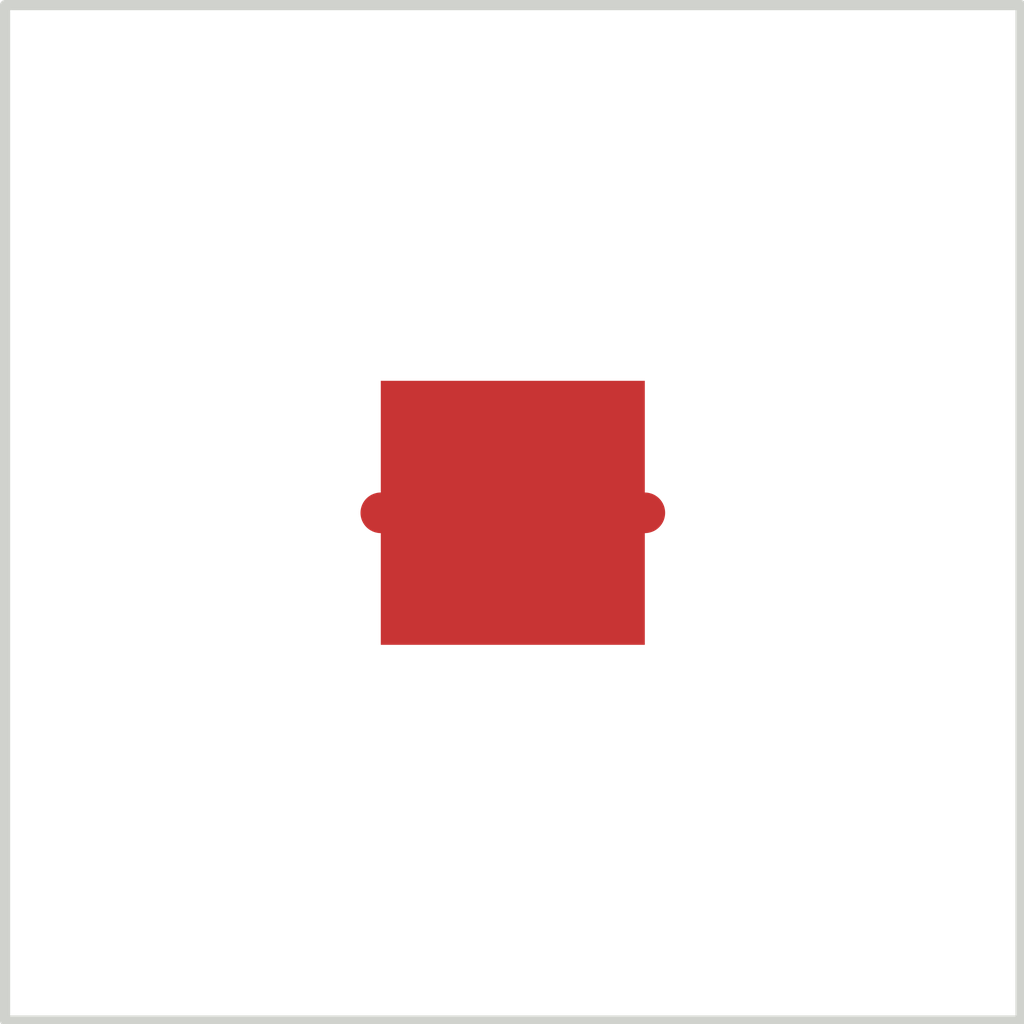
<source format=kicad_pcb>
(kicad_pcb (version 20221018) (generator "pcbnew")
  (layers (0 "F.Cu" signal) (31 "B.Cu" signal) (44 "Edge.Cuts" user))
  (net 0 "")
  (net 1 "Net-(J1-Pad1)")
  (footprint "Test:SinglePad" (layer "F.Cu") (at 100 100)
    (fp_text reference "J1" hide)
    (fp_text value "SinglePad" hide)
    (pad "1" smd rect (at 0 0) (size 2.6 2.6) (layers "F.Cu" "F.Mask") (net 1 "Net-(J1-Pad1)"))
  )
  (segment (start 98.7 100) (end 101.3 100) (width 0.4) (layer "F.Cu") (net 1))
  (gr_rect (start 95 95) (end 105 105) (stroke (width 0.1)) (fill none) (layer "Edge.Cuts"))
)
</source>
